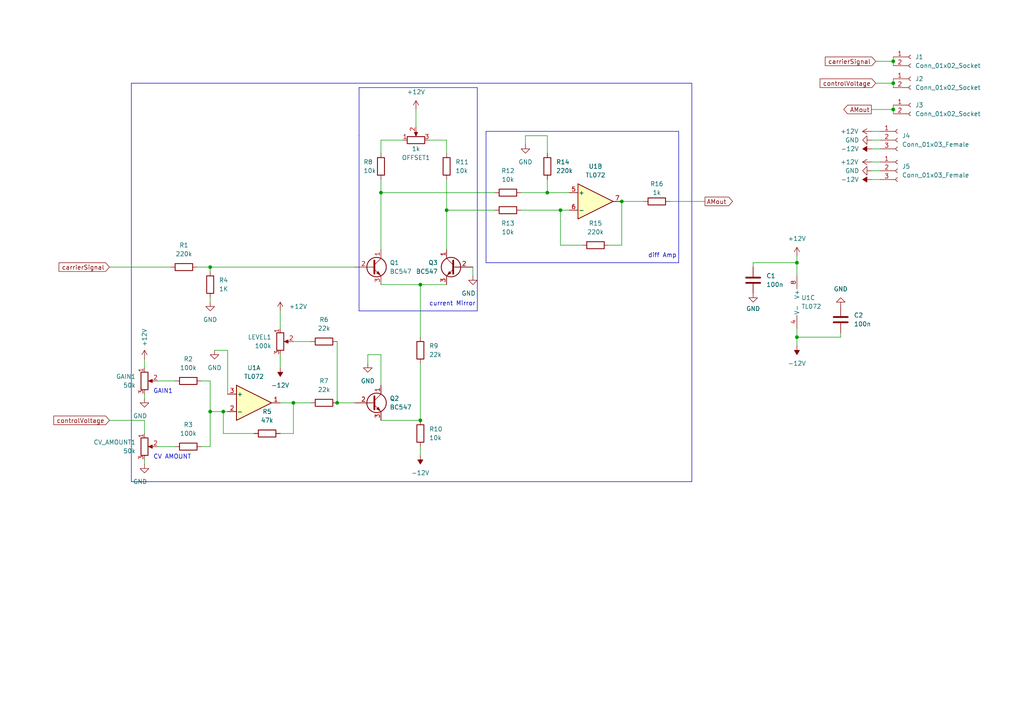
<source format=kicad_sch>
(kicad_sch (version 20230121) (generator eeschema)
  (paper "A4")
  (lib_symbols
    (symbol "Amplifier_Operational:TL072" (pin_names (offset 0.127))
      (property "Reference" "U" (at 0 5.08 0))
      (property "Value" "TL072" (at 0 -5.08 0))
      (symbol "TL072_1_1"
        (polyline (pts (xy -5.08 5.08) (xy 5.08 0) (xy -5.08 -5.08) (xy -5.08 5.08)) (stroke (width 0.254)) (fill (type background)))
        (pin output line (at 7.62 0 180) (length 2.54) (name "~") (number "1"))
        (pin input line (at -7.62 -2.54 0) (length 2.54) (name "-") (number "2"))
        (pin input line (at -7.62 2.54 0) (length 2.54) (name "+") (number "3"))
      )
      (symbol "TL072_2_1"
        (polyline (pts (xy -5.08 5.08) (xy 5.08 0) (xy -5.08 -5.08) (xy -5.08 5.08)) (stroke (width 0.254)) (fill (type background)))
        (pin input line (at -7.62 2.54 0) (length 2.54) (name "+") (number "5"))
        (pin input line (at -7.62 -2.54 0) (length 2.54) (name "-") (number "6"))
        (pin output line (at 7.62 0 180) (length 2.54) (name "~") (number "7"))
      )
      (symbol "TL072_3_1"
        (pin power_in line (at -2.54 -7.62 90) (length 3.81) (name "V-") (number "4"))
        (pin power_in line (at -2.54 7.62 270) (length 3.81) (name "V+") (number "8"))
      )
    )
    (symbol "Connector:Conn_01x02_Socket" (pin_names (offset 1.016) hide)
      (property "Reference" "J" (at 0 2.54 0))
      (property "Value" "Conn_01x02_Socket" (at 0 -5.08 0))
      (symbol "Conn_01x02_Socket_1_1"
        (arc (start 0 -2.032) (mid -0.5058 -2.54) (end 0 -3.048) (stroke (width 0.1524)))
        (polyline (pts (xy -1.27 -2.54) (xy -0.508 -2.54)) (stroke (width 0.1524)))
        (polyline (pts (xy -1.27 0) (xy -0.508 0)) (stroke (width 0.1524)))
        (arc (start 0 0.508) (mid -0.5058 0) (end 0 -0.508) (stroke (width 0.1524)))
        (pin passive line (at -5.08 0 0) (length 3.81) (name "Pin_1") (number "1"))
        (pin passive line (at -5.08 -2.54 0) (length 3.81) (name "Pin_2") (number "2"))
      )
    )
    (symbol "Connector:Conn_01x03_Female" (pin_names (offset 1.016) hide)
      (property "Reference" "J" (at 0 5.08 0))
      (property "Value" "Conn_01x03_Female" (at 0 -5.08 0))
      (symbol "Conn_01x03_Female_1_1"
        (arc (start 0 -2.032) (mid -0.5058 -2.54) (end 0 -3.048) (stroke (width 0.1524)))
        (polyline (pts (xy -1.27 -2.54) (xy -0.508 -2.54)) (stroke (width 0.1524)))
        (polyline (pts (xy -1.27 0) (xy -0.508 0)) (stroke (width 0.1524)))
        (polyline (pts (xy -1.27 2.54) (xy -0.508 2.54)) (stroke (width 0.1524)))
        (arc (start 0 0.508) (mid -0.5058 0) (end 0 -0.508) (stroke (width 0.1524)))
        (arc (start 0 3.048) (mid -0.5058 2.54) (end 0 2.032) (stroke (width 0.1524)))
        (pin passive line (at -5.08 2.54 0) (length 3.81) (name "Pin_1") (number "1"))
        (pin passive line (at -5.08 0 0) (length 3.81) (name "Pin_2") (number "2"))
        (pin passive line (at -5.08 -2.54 0) (length 3.81) (name "Pin_3") (number "3"))
      )
    )
    (symbol "Device:C" (pin_numbers hide) (pin_names (offset 0.254))
      (property "Reference" "C" (at 0.635 2.54 0))
      (property "Value" "C" (at 0.635 -2.54 0))
      (symbol "C_0_1"
        (polyline (pts (xy -2.032 -0.762) (xy 2.032 -0.762)) (stroke (width 0.508)))
        (polyline (pts (xy -2.032 0.762) (xy 2.032 0.762)) (stroke (width 0.508)))
      )
      (symbol "C_1_1"
        (pin passive line (at 0 3.81 270) (length 2.794) (name "~") (number "1"))
        (pin passive line (at 0 -3.81 90) (length 2.794) (name "~") (number "2"))
      )
    )
    (symbol "Device:R" (pin_numbers hide) (pin_names (offset 0))
      (property "Reference" "R" (at 2.032 0 90))
      (property "Value" "R" (at 0 0 90))
      (symbol "R_0_1"
        (rectangle (start -1.016 -2.54) (end 1.016 2.54) (stroke (width 0.254)))
      )
      (symbol "R_1_1"
        (pin passive line (at 0 3.81 270) (length 1.27) (name "~") (number "1"))
        (pin passive line (at 0 -3.81 90) (length 1.27) (name "~") (number "2"))
      )
    )
    (symbol "Device:R_Potentiometer" (pin_names (offset 1.016) hide)
      (property "Reference" "RV" (at -4.445 0 90))
      (property "Value" "R_Potentiometer" (at -2.54 0 90))
      (symbol "R_Potentiometer_0_1"
        (polyline (pts (xy 2.54 0) (xy 1.524 0)))
        (polyline (pts (xy 1.143 0) (xy 2.286 0.508) (xy 2.286 -0.508) (xy 1.143 0)) (fill (type outline)))
        (rectangle (start 1.016 2.54) (end -1.016 -2.54) (stroke (width 0.254)))
      )
      (symbol "R_Potentiometer_1_1"
        (pin passive line (at 0 3.81 270) (length 1.27) (name "1") (number "1"))
        (pin passive line (at 3.81 0 180) (length 1.27) (name "2") (number "2"))
        (pin passive line (at 0 -3.81 90) (length 1.27) (name "3") (number "3"))
      )
    )
    (symbol "GND_1" (power) (pin_names (offset 0))
      (property "Value" "GND_1" (at 0 -3.81 0))
      (symbol "GND_1_0_1"
        (polyline (pts (xy 0 0) (xy 0 -1.27) (xy 1.27 -1.27) (xy 0 -2.54) (xy -1.27 -1.27) (xy 0 -1.27)))
      )
      (symbol "GND_1_1_1"
        (pin power_in line (at 0 0 270) (length 0) hide (name "GND") (number "1"))
      )
    )
    (symbol "Transistor_BJT:BC547" (pin_names (offset 0) hide)
      (property "Reference" "Q" (at 5.08 1.905 0))
      (property "Value" "BC547" (at 5.08 0 0))
      (symbol "BC547_0_1"
        (polyline (pts (xy 0 0) (xy 0.635 0)))
        (polyline (pts (xy 0.635 0.635) (xy 2.54 2.54)))
        (polyline (pts (xy 0.635 -0.635) (xy 2.54 -2.54) (xy 2.54 -2.54)))
        (polyline (pts (xy 0.635 1.905) (xy 0.635 -1.905) (xy 0.635 -1.905)) (stroke (width 0.508)))
        (polyline (pts (xy 1.27 -1.778) (xy 1.778 -1.27) (xy 2.286 -2.286) (xy 1.27 -1.778) (xy 1.27 -1.778)) (fill (type outline)))
        (circle (center 1.27 0) (radius 2.8194) (stroke (width 0.254)))
      )
      (symbol "BC547_1_1"
        (pin passive line (at 2.54 5.08 270) (length 2.54) (name "C") (number "1"))
        (pin input line (at -5.08 0 0) (length 5.08) (name "B") (number "2"))
        (pin passive line (at 2.54 -5.08 90) (length 2.54) (name "E") (number "3"))
      )
    )
    (symbol "power:+12V" (power) (pin_names (offset 0))
      (property "Value" "+12V" (at 0 3.556 0))
      (symbol "+12V_0_1"
        (polyline (pts (xy -0.762 1.27) (xy 0 2.54)))
        (polyline (pts (xy 0 0) (xy 0 2.54)))
        (polyline (pts (xy 0 2.54) (xy 0.762 1.27)))
      )
      (symbol "+12V_1_1"
        (pin power_in line (at 0 0 90) (length 0) hide (name "+12V") (number "1"))
      )
    )
    (symbol "power:-12V" (power) (pin_names (offset 0))
      (property "Value" "-12V" (at 0 3.81 0))
      (symbol "-12V_0_0"
        (pin power_in line (at 0 0 90) (length 0) hide (name "-12V") (number "1"))
      )
      (symbol "-12V_0_1"
        (polyline (pts (xy 0 0) (xy 0 1.27) (xy 0.762 1.27) (xy 0 2.54) (xy -0.762 1.27) (xy 0 1.27)) (fill (type outline)))
      )
    )
    (symbol "power:GND" (power) (pin_names (offset 0))
      (property "Value" "GND" (at 0 -3.81 0))
      (symbol "GND_0_1"
        (polyline (pts (xy 0 0) (xy 0 -1.27) (xy 1.27 -1.27) (xy 0 -2.54) (xy -1.27 -1.27) (xy 0 -1.27)))
      )
      (symbol "GND_1_1"
        (pin power_in line (at 0 0 270) (length 0) hide (name "GND") (number "1"))
      )
    )
  )
  (junction (at 259.08 24.13))
  (junction (at 121.92 121.92))
  (junction (at 158.75 55.88))
  (junction (at 162.56 60.96))
  (junction (at 60.96 119.38))
  (junction (at 110.49 55.88))
  (junction (at 64.77 119.38))
  (junction (at 121.92 82.55))
  (junction (at 259.08 17.78))
  (junction (at 231.14 97.79))
  (junction (at 129.54 60.96))
  (junction (at 259.08 31.75))
  (junction (at 60.96 77.47))
  (junction (at 97.79 116.84))
  (junction (at 85.09 116.84))
  (junction (at 180.34 58.42))
  (junction (at 231.14 76.2))
  (wire (pts (xy 64.77 119.38) (xy 66.04 119.38)))
  (wire (pts (xy 60.96 77.47) (xy 60.96 78.74)))
  (wire (pts (xy 58.42 110.49) (xy 60.96 110.49)))
  (wire (pts (xy 66.04 101.6) (xy 62.23 101.6)))
  (polyline (pts (xy 138.43 25.4) (xy 104.14 25.4)))
  (polyline (pts (xy 38.1 24.13) (xy 200.66 24.13)))
  (wire (pts (xy 81.28 102.87) (xy 81.28 106.68)))
  (wire (pts (xy 60.96 86.36) (xy 60.96 87.63)))
  (wire (pts (xy 81.28 125.73) (xy 85.09 125.73)))
  (wire (pts (xy 85.09 99.06) (xy 90.17 99.06)))
  (wire (pts (xy 64.77 119.38) (xy 64.77 125.73)))
  (wire (pts (xy 110.49 55.88) (xy 143.51 55.88)))
  (wire (pts (xy 97.79 116.84) (xy 102.87 116.84)))
  (wire (pts (xy 137.16 80.01) (xy 137.16 77.47)))
  (wire (pts (xy 41.91 121.92) (xy 41.91 125.73)))
  (wire (pts (xy 64.77 125.73) (xy 73.66 125.73)))
  (wire (pts (xy 162.56 71.12) (xy 168.91 71.12)))
  (wire (pts (xy 110.49 44.45) (xy 110.49 40.64)))
  (wire (pts (xy 110.49 102.87) (xy 110.49 111.76)))
  (wire (pts (xy 259.08 24.13) (xy 259.08 25.4)))
  (wire (pts (xy 129.54 60.96) (xy 129.54 72.39)))
  (wire (pts (xy 97.79 99.06) (xy 97.79 116.84)))
  (wire (pts (xy 252.73 43.18) (xy 255.27 43.18)))
  (wire (pts (xy 110.49 102.87) (xy 106.68 102.87)))
  (wire (pts (xy 110.49 82.55) (xy 121.92 82.55)))
  (wire (pts (xy 259.08 17.78) (xy 259.08 16.51)))
  (wire (pts (xy 60.96 119.38) (xy 64.77 119.38)))
  (wire (pts (xy 180.34 71.12) (xy 180.34 58.42)))
  (wire (pts (xy 81.28 116.84) (xy 85.09 116.84)))
  (wire (pts (xy 124.46 40.64) (xy 129.54 40.64)))
  (wire (pts (xy 31.75 77.47) (xy 49.53 77.47)))
  (wire (pts (xy 259.08 22.86) (xy 259.08 24.13)))
  (wire (pts (xy 121.92 105.41) (xy 121.92 121.92)))
  (wire (pts (xy 110.49 40.64) (xy 116.84 40.64)))
  (wire (pts (xy 162.56 60.96) (xy 162.56 71.12)))
  (wire (pts (xy 121.92 82.55) (xy 121.92 97.79)))
  (wire (pts (xy 151.13 60.96) (xy 162.56 60.96)))
  (polyline (pts (xy 104.14 39.37) (xy 104.14 90.17)))
  (wire (pts (xy 218.44 76.2) (xy 231.14 76.2)))
  (polyline (pts (xy 140.97 76.2) (xy 196.85 76.2)))
  (wire (pts (xy 252.73 49.53) (xy 255.27 49.53)))
  (wire (pts (xy 158.75 44.45) (xy 158.75 39.37)))
  (wire (pts (xy 176.53 71.12) (xy 180.34 71.12)))
  (wire (pts (xy 158.75 55.88) (xy 165.1 55.88)))
  (wire (pts (xy 57.15 77.47) (xy 60.96 77.47)))
  (polyline (pts (xy 200.66 24.13) (xy 200.66 139.7)))
  (wire (pts (xy 231.14 76.2) (xy 231.14 80.01)))
  (wire (pts (xy 45.72 110.49) (xy 50.8 110.49)))
  (wire (pts (xy 152.4 39.37) (xy 152.4 41.91)))
  (wire (pts (xy 45.72 129.54) (xy 50.8 129.54)))
  (polyline (pts (xy 104.14 25.4) (xy 104.14 39.37)))
  (wire (pts (xy 41.91 133.35) (xy 41.91 134.62)))
  (wire (pts (xy 194.31 58.42) (xy 204.47 58.42)))
  (wire (pts (xy 60.96 110.49) (xy 60.96 119.38)))
  (wire (pts (xy 110.49 55.88) (xy 110.49 72.39)))
  (wire (pts (xy 254 17.78) (xy 259.08 17.78)))
  (wire (pts (xy 231.14 74.295) (xy 231.14 76.2)))
  (wire (pts (xy 252.73 40.64) (xy 255.27 40.64)))
  (wire (pts (xy 85.09 125.73) (xy 85.09 116.84)))
  (wire (pts (xy 158.75 52.07) (xy 158.75 55.88)))
  (wire (pts (xy 252.73 38.1) (xy 255.27 38.1)))
  (wire (pts (xy 121.92 129.54) (xy 121.92 132.08)))
  (wire (pts (xy 31.75 121.92) (xy 41.91 121.92)))
  (wire (pts (xy 252.73 31.75) (xy 259.08 31.75)))
  (wire (pts (xy 60.96 77.47) (xy 102.87 77.47)))
  (wire (pts (xy 151.13 55.88) (xy 158.75 55.88)))
  (wire (pts (xy 252.73 52.07) (xy 255.27 52.07)))
  (wire (pts (xy 60.96 119.38) (xy 60.96 129.54)))
  (polyline (pts (xy 138.43 90.17) (xy 138.43 25.4)))
  (wire (pts (xy 254 24.13) (xy 259.08 24.13)))
  (wire (pts (xy 252.73 46.99) (xy 255.27 46.99)))
  (wire (pts (xy 85.09 116.84) (xy 90.17 116.84)))
  (polyline (pts (xy 138.43 90.17) (xy 104.14 90.17)))
  (wire (pts (xy 259.08 31.75) (xy 259.08 30.48)))
  (polyline (pts (xy 38.1 139.7) (xy 38.1 24.13)))
  (wire (pts (xy 110.49 52.07) (xy 110.49 55.88)))
  (wire (pts (xy 110.49 121.92) (xy 121.92 121.92)))
  (wire (pts (xy 180.34 58.42) (xy 186.69 58.42)))
  (wire (pts (xy 162.56 60.96) (xy 165.1 60.96)))
  (wire (pts (xy 259.08 31.75) (xy 259.08 33.02)))
  (wire (pts (xy 231.14 100.33) (xy 231.14 97.79)))
  (wire (pts (xy 58.42 129.54) (xy 60.96 129.54)))
  (wire (pts (xy 129.54 60.96) (xy 143.51 60.96)))
  (wire (pts (xy 66.04 114.3) (xy 66.04 101.6)))
  (wire (pts (xy 129.54 52.07) (xy 129.54 60.96)))
  (wire (pts (xy 218.44 77.47) (xy 218.44 76.2)))
  (wire (pts (xy 106.68 102.87) (xy 106.68 105.41)))
  (polyline (pts (xy 196.85 76.2) (xy 196.85 38.1)))
  (wire (pts (xy 120.65 31.75) (xy 120.65 36.83)))
  (wire (pts (xy 231.14 97.79) (xy 231.14 95.25)))
  (wire (pts (xy 259.08 17.78) (xy 259.08 19.05)))
  (polyline (pts (xy 140.97 38.1) (xy 140.97 76.2)))
  (wire (pts (xy 152.4 39.37) (xy 158.75 39.37)))
  (wire (pts (xy 81.28 90.17) (xy 81.28 95.25)))
  (polyline (pts (xy 200.66 139.7) (xy 38.1 139.7)))
  (wire (pts (xy 121.92 82.55) (xy 129.54 82.55)))
  (wire (pts (xy 243.84 97.79) (xy 231.14 97.79)))
  (wire (pts (xy 129.54 40.64) (xy 129.54 44.45)))
  (wire (pts (xy 243.84 96.52) (xy 243.84 97.79)))
  (polyline (pts (xy 140.97 38.1) (xy 196.85 38.1)))
  (wire (pts (xy 41.91 114.3) (xy 41.91 115.57)))
  (wire (pts (xy 41.91 104.14) (xy 41.91 106.68)))
  (text "GAIN1\n" (at 44.45 114.3 0) (effects (font (size 1.27 1.27)) (justify left bottom)))
  (text "current Mirror\n" (at 124.46 88.9 0) (effects (font (size 1.27 1.27)) (justify left bottom)))
  (text "diff Amp\n" (at 187.96 74.93 0) (effects (font (size 1.27 1.27)) (justify left bottom)))
  (text "CV AMOUNT\n" (at 44.45 133.35 0) (effects (font (size 1.27 1.27)) (justify left bottom)))
  (global_label "AMout" (shape output) (at 252.73 31.75 180) (property "Intersheetrefs" "${INTERSHEET_REFS}" (effects hide)))
  (global_label "carrierSignal" (shape input) (at 254 17.78 180) (property "Intersheetrefs" "${INTERSHEET_REFS}" (effects hide)))
  (global_label "controlVoltage" (shape input) (at 31.75 121.92 180) (property "Intersheetrefs" "${INTERSHEET_REFS}" (effects hide)))
  (global_label "controlVoltage" (shape input) (at 254 24.13 180) (property "Intersheetrefs" "${INTERSHEET_REFS}" (effects hide)))
  (global_label "AMout" (shape output) (at 204.47 58.42 0) (property "Intersheetrefs" "${INTERSHEET_REFS}" (effects hide)))
  (global_label "carrierSignal" (shape input) (at 31.75 77.47 180) (property "Intersheetrefs" "${INTERSHEET_REFS}" (effects hide)))
  (symbol (lib_id "Device:R") (at 54.61 129.54 90) (unit 1)
    (property "Reference" "R3" (at 54.61 123.19 90))
    (property "Value" "100k" (at 54.61 125.73 90))
    (property "Footprint" "Resistor_SMD:R_0805_2012Metric_Pad1.20x1.40mm_HandSolder" (effects hide))
  )
  (symbol (lib_id "Device:R") (at 53.34 77.47 90) (unit 1)
    (property "Reference" "R1" (at 53.34 71.12 90))
    (property "Value" "220k" (at 53.34 73.66 90))
    (property "Footprint" "Resistor_SMD:R_0805_2012Metric_Pad1.20x1.40mm_HandSolder" (effects hide))
  )
  (symbol (lib_name "GND_1") (lib_id "power:GND") (at 218.44 85.09 0) (unit 1)
    (property "Reference" "#PWR011" (effects hide))
    (property "Value" "GND" (at 218.44 89.535 0))
  )
  (symbol (lib_id "Connector:Conn_01x02_Socket") (at 264.16 30.48 0) (unit 1)
    (property "Reference" "J3" (at 265.43 30.48 0) (effects (justify left)))
    (property "Value" "Conn_01x02_Socket" (at 265.43 33.02 0) (effects (justify left)))
    (property "Footprint" "Connector_PinHeader_2.54mm:PinHeader_1x02_P2.54mm_Vertical" (effects hide))
  )
  (symbol (lib_id "power:-12V") (at 252.73 52.07 90) (unit 1)
    (property "Reference" "#PWR020" (effects hide))
    (property "Value" "-12V" (at 243.84 52.07 90) (effects (justify right)))
  )
  (symbol (lib_id "power:-12V") (at 81.28 106.68 180) (unit 1)
    (property "Reference" "#PWR05" (effects hide))
    (property "Value" "-12V" (at 81.28 111.76 0))
  )
  (symbol (lib_id "Transistor_BJT:BC547") (at 107.95 116.84 0) (unit 1)
    (property "Reference" "Q2" (at 113.03 115.5699 0) (effects (justify left)))
    (property "Value" "BC547" (at 113.03 118.1099 0) (effects (justify left)))
    (property "Footprint" "Package_TO_SOT_THT:TO-92_Inline_Wide" (effects hide))
    (property "Datasheet" "https://www.onsemi.com/pub/Collateral/BC550-D.pdf" (effects hide))
  )
  (symbol (lib_id "power:GND") (at 137.16 80.01 0) (unit 1)
    (property "Reference" "#PWR09" (effects hide))
    (property "Value" "GND" (at 135.89 85.09 0))
  )
  (symbol (lib_id "power:-12V") (at 252.73 43.18 90) (unit 1)
    (property "Reference" "#PWR017" (effects hide))
    (property "Value" "-12V" (at 243.84 43.18 90) (effects (justify right)))
  )
  (symbol (lib_id "power:-12V") (at 231.14 100.33 180) (unit 1)
    (property "Reference" "#PWR013" (effects hide))
    (property "Value" "-12V" (at 231.14 105.41 0))
  )
  (symbol (lib_id "Connector:Conn_01x03_Female") (at 260.35 40.64 0) (unit 1)
    (property "Reference" "J4" (at 261.62 39.3699 0) (effects (justify left)))
    (property "Value" "Conn_01x03_Female" (at 261.62 41.9099 0) (effects (justify left)))
    (property "Footprint" "Connector_Molex:Molex_KK-254_AE-6410-03A_1x03_P2.54mm_Vertical" (effects hide))
  )
  (symbol (lib_id "Device:R") (at 121.92 125.73 0) (unit 1)
    (property "Reference" "R10" (at 124.46 124.4599 0) (effects (justify left)))
    (property "Value" "10k" (at 124.46 126.9999 0) (effects (justify left)))
    (property "Footprint" "Resistor_SMD:R_0805_2012Metric_Pad1.20x1.40mm_HandSolder" (effects hide))
  )
  (symbol (lib_id "Device:R") (at 129.54 48.26 0) (unit 1)
    (property "Reference" "R11" (at 132.08 46.9899 0) (effects (justify left)))
    (property "Value" "10k" (at 132.08 49.5299 0) (effects (justify left)))
    (property "Footprint" "Resistor_SMD:R_0805_2012Metric_Pad1.20x1.40mm_HandSolder" (effects hide))
  )
  (symbol (lib_id "Device:C") (at 218.44 81.28 0) (unit 1)
    (property "Reference" "C1" (at 222.25 80.01 0) (effects (justify left)))
    (property "Value" "100n" (at 222.25 82.55 0) (effects (justify left)))
    (property "Footprint" "Capacitor_SMD:C_0805_2012Metric_Pad1.18x1.45mm_HandSolder" (effects hide))
  )
  (symbol (lib_name "GND_1") (lib_id "power:GND") (at 243.84 88.9 180) (unit 1)
    (property "Reference" "#PWR014" (effects hide))
    (property "Value" "GND" (at 243.84 83.82 0))
  )
  (symbol (lib_id "power:+12V") (at 252.73 46.99 90) (unit 1)
    (property "Reference" "#PWR018" (effects hide))
    (property "Value" "+12V" (at 246.38 46.99 90))
  )
  (symbol (lib_id "power:+12V") (at 231.14 74.295 0) (unit 1)
    (property "Reference" "#PWR012" (effects hide))
    (property "Value" "+12V" (at 231.14 69.215 0))
  )
  (symbol (lib_id "Connector:Conn_01x02_Socket") (at 264.16 16.51 0) (unit 1)
    (property "Reference" "J1" (at 265.43 16.51 0) (effects (justify left)))
    (property "Value" "Conn_01x02_Socket" (at 265.43 19.05 0) (effects (justify left)))
    (property "Footprint" "Connector_PinHeader_2.54mm:PinHeader_1x02_P2.54mm_Vertical" (effects hide))
  )
  (symbol (lib_id "Device:C") (at 243.84 92.71 0) (unit 1)
    (property "Reference" "C2" (at 247.65 91.44 0) (effects (justify left)))
    (property "Value" "100n" (at 247.65 93.98 0) (effects (justify left)))
    (property "Footprint" "Capacitor_SMD:C_0805_2012Metric_Pad1.18x1.45mm_HandSolder" (effects hide))
  )
  (symbol (lib_id "Device:R") (at 147.32 60.96 90) (unit 1)
    (property "Reference" "R13" (at 147.32 64.77 90))
    (property "Value" "10k" (at 147.32 67.31 90))
    (property "Footprint" "Resistor_SMD:R_0805_2012Metric_Pad1.20x1.40mm_HandSolder" (effects hide))
  )
  (symbol (lib_id "Device:R") (at 172.72 71.12 90) (unit 1)
    (property "Reference" "R15" (at 172.72 64.77 90))
    (property "Value" "220k" (at 172.72 67.31 90))
    (property "Footprint" "Resistor_SMD:R_0805_2012Metric_Pad1.20x1.40mm_HandSolder" (effects hide))
  )
  (symbol (lib_id "Device:R_Potentiometer") (at 81.28 99.06 0) (unit 1)
    (property "Reference" "LEVEL1" (at 78.74 97.79 0) (effects (justify right)))
    (property "Value" "100k" (at 78.74 100.33 0) (effects (justify right)))
    (property "Footprint" "Potentiometer_THT:Potentiometer_Vishay_T73YP_Vertical" (effects hide))
  )
  (symbol (lib_id "Connector:Conn_01x02_Socket") (at 264.16 22.86 0) (unit 1)
    (property "Reference" "J2" (at 265.43 22.86 0) (effects (justify left)))
    (property "Value" "Conn_01x02_Socket" (at 265.43 25.4 0) (effects (justify left)))
    (property "Footprint" "Connector_PinHeader_2.54mm:PinHeader_1x02_P2.54mm_Vertical" (effects hide))
  )
  (symbol (lib_id "power:+12V") (at 252.73 38.1 90) (unit 1)
    (property "Reference" "#PWR015" (effects hide))
    (property "Value" "+12V" (at 246.38 38.1 90))
  )
  (symbol (lib_id "power:GND") (at 60.96 87.63 0) (unit 1)
    (property "Reference" "#PWR02" (effects hide))
    (property "Value" "GND" (at 60.96 92.71 0))
  )
  (symbol (lib_id "Device:R") (at 147.32 55.88 90) (unit 1)
    (property "Reference" "R12" (at 147.32 49.53 90))
    (property "Value" "10k" (at 147.32 52.07 90))
    (property "Footprint" "Resistor_SMD:R_0805_2012Metric_Pad1.20x1.40mm_HandSolder" (effects hide))
  )
  (symbol (lib_id "Amplifier_Operational:TL072") (at 73.66 116.84 0) (unit 1)
    (property "Reference" "U1" (at 73.66 106.68 0))
    (property "Value" "TL072" (at 73.66 109.22 0))
    (property "Footprint" "Package_DIP:DIP-8_W7.62mm_Socket_LongPads" (effects hide))
    (property "Datasheet" "http://www.ti.com/lit/ds/symlink/tl071.pdf" (effects hide))
  )
  (symbol (lib_id "Amplifier_Operational:TL072") (at 172.72 58.42 0) (unit 2)
    (property "Reference" "U1" (at 172.72 48.26 0))
    (property "Value" "TL072" (at 172.72 50.8 0))
    (property "Footprint" "Package_DIP:DIP-8_W7.62mm_Socket_LongPads" (effects hide))
    (property "Datasheet" "http://www.ti.com/lit/ds/symlink/tl071.pdf" (effects hide))
  )
  (symbol (lib_id "power:GND") (at 41.91 115.57 0) (unit 1)
    (property "Reference" "#PWR021" (effects hide))
    (property "Value" "GND" (at 40.64 120.65 0))
  )
  (symbol (lib_id "power:+12V") (at 120.65 31.75 0) (unit 1)
    (property "Reference" "#PWR07" (effects hide))
    (property "Value" "+12V" (at 120.65 26.67 0))
  )
  (symbol (lib_id "Transistor_BJT:BC547") (at 132.08 77.47 0) (mirror y) (unit 1)
    (property "Reference" "Q3" (at 127 76.1999 0) (effects (justify left)))
    (property "Value" "BC547" (at 127 78.7399 0) (effects (justify left)))
    (property "Footprint" "Package_TO_SOT_THT:TO-92_Inline_Wide" (effects hide))
    (property "Datasheet" "https://www.onsemi.com/pub/Collateral/BC550-D.pdf" (effects hide))
  )
  (symbol (lib_id "Device:R") (at 60.96 82.55 0) (unit 1)
    (property "Reference" "R4" (at 63.5 81.2799 0) (effects (justify left)))
    (property "Value" "1K" (at 63.5 83.8199 0) (effects (justify left)))
    (property "Footprint" "Resistor_SMD:R_0805_2012Metric_Pad1.20x1.40mm_HandSolder" (effects hide))
  )
  (symbol (lib_id "Transistor_BJT:BC547") (at 107.95 77.47 0) (unit 1)
    (property "Reference" "Q1" (at 113.03 76.1999 0) (effects (justify left)))
    (property "Value" "BC547" (at 113.03 78.7399 0) (effects (justify left)))
    (property "Footprint" "Package_TO_SOT_THT:TO-92_Inline_Wide" (effects hide))
    (property "Datasheet" "https://www.onsemi.com/pub/Collateral/BC550-D.pdf" (effects hide))
  )
  (symbol (lib_id "Device:R") (at 158.75 48.26 0) (unit 1)
    (property "Reference" "R14" (at 161.29 46.9899 0) (effects (justify left)))
    (property "Value" "220k" (at 161.29 49.5299 0) (effects (justify left)))
    (property "Footprint" "Resistor_SMD:R_0805_2012Metric_Pad1.20x1.40mm_HandSolder" (effects hide))
  )
  (symbol (lib_id "Device:R") (at 121.92 101.6 0) (unit 1)
    (property "Reference" "R9" (at 124.46 100.3299 0) (effects (justify left)))
    (property "Value" "22k" (at 124.46 102.8699 0) (effects (justify left)))
    (property "Footprint" "Resistor_SMD:R_0805_2012Metric_Pad1.20x1.40mm_HandSolder" (effects hide))
  )
  (symbol (lib_id "power:+12V") (at 41.91 104.14 0) (unit 1)
    (property "Reference" "#PWR01" (effects hide))
    (property "Value" "+12V" (at 41.91 95.25 90) (effects (justify right)))
  )
  (symbol (lib_id "Device:R") (at 190.5 58.42 90) (unit 1)
    (property "Reference" "R16" (at 190.5 53.34 90))
    (property "Value" "1k" (at 190.5 55.88 90))
    (property "Footprint" "Resistor_SMD:R_0805_2012Metric_Pad1.20x1.40mm_HandSolder" (effects hide))
  )
  (symbol (lib_id "Device:R") (at 54.61 110.49 90) (unit 1)
    (property "Reference" "R2" (at 54.61 104.14 90))
    (property "Value" "100k" (at 54.61 106.68 90))
    (property "Footprint" "Resistor_SMD:R_0805_2012Metric_Pad1.20x1.40mm_HandSolder" (effects hide))
  )
  (symbol (lib_id "power:GND") (at 62.23 101.6 0) (unit 1)
    (property "Reference" "#PWR03" (effects hide))
    (property "Value" "GND" (at 62.23 106.68 0))
  )
  (symbol (lib_id "Connector:Conn_01x03_Female") (at 260.35 49.53 0) (unit 1)
    (property "Reference" "J5" (at 261.62 48.2599 0) (effects (justify left)))
    (property "Value" "Conn_01x03_Female" (at 261.62 50.7999 0) (effects (justify left)))
    (property "Footprint" "Connector_Molex:Molex_KK-254_AE-6410-03A_1x03_P2.54mm_Vertical" (effects hide))
  )
  (symbol (lib_id "Amplifier_Operational:TL072") (at 233.68 87.63 0) (unit 3)
    (property "Reference" "U1" (at 232.41 86.36 0) (effects (justify left)))
    (property "Value" "TL072" (at 232.41 88.9 0) (effects (justify left)))
    (property "Footprint" "Package_DIP:DIP-8_W7.62mm_Socket_LongPads" (effects hide))
    (property "Datasheet" "http://www.ti.com/lit/ds/symlink/tl071.pdf" (effects hide))
  )
  (symbol (lib_id "power:GND") (at 252.73 40.64 270) (unit 1)
    (property "Reference" "#PWR016" (effects hide))
    (property "Value" "GND" (at 245.11 40.64 90) (effects (justify left)))
  )
  (symbol (lib_id "power:GND") (at 41.91 134.62 0) (unit 1)
    (property "Reference" "#PWR022" (effects hide))
    (property "Value" "GND" (at 40.64 139.7 0))
  )
  (symbol (lib_id "Device:R_Potentiometer") (at 120.65 40.64 90) (unit 1)
    (property "Reference" "OFFSET1" (at 120.65 45.72 90))
    (property "Value" "1k" (at 120.65 43.18 90))
    (property "Footprint" "Potentiometer_THT:Potentiometer_Vishay_T73YP_Vertical" (effects hide))
  )
  (symbol (lib_id "Device:R_Potentiometer") (at 41.91 110.49 0) (unit 1)
    (property "Reference" "GAIN1" (at 39.37 109.22 0) (effects (justify right)))
    (property "Value" "50k" (at 39.37 111.76 0) (effects (justify right)))
    (property "Footprint" "Potentiometer_THT:Potentiometer_Bourns_PTV09A-1_Single_Vertical" (effects hide))
    (property "Datasheet" "https://www.bourns.com/docs/Product-Datasheets/PTV09.pdf" (effects hide))
  )
  (symbol (lib_id "power:-12V") (at 121.92 132.08 180) (unit 1)
    (property "Reference" "#PWR08" (effects hide))
    (property "Value" "-12V" (at 121.92 137.16 0))
  )
  (symbol (lib_id "power:+12V") (at 81.28 90.17 0) (unit 1)
    (property "Reference" "#PWR04" (effects hide))
    (property "Value" "+12V" (at 83.82 88.8999 0) (effects (justify left)))
  )
  (symbol (lib_id "power:GND") (at 252.73 49.53 270) (unit 1)
    (property "Reference" "#PWR019" (effects hide))
    (property "Value" "GND" (at 245.11 49.53 90) (effects (justify left)))
  )
  (symbol (lib_id "Device:R") (at 93.98 116.84 90) (unit 1)
    (property "Reference" "R7" (at 93.98 110.49 90))
    (property "Value" "22k" (at 93.98 113.03 90))
    (property "Footprint" "Resistor_SMD:R_0805_2012Metric_Pad1.20x1.40mm_HandSolder" (effects hide))
  )
  (symbol (lib_id "Device:R") (at 77.47 125.73 90) (unit 1)
    (property "Reference" "R5" (at 77.47 119.38 90))
    (property "Value" "47k" (at 77.47 121.92 90))
    (property "Footprint" "Resistor_SMD:R_0805_2012Metric_Pad1.20x1.40mm_HandSolder" (effects hide))
  )
  (symbol (lib_id "Device:R") (at 93.98 99.06 90) (unit 1)
    (property "Reference" "R6" (at 93.98 92.71 90))
    (property "Value" "22k" (at 93.98 95.25 90))
    (property "Footprint" "Resistor_SMD:R_0805_2012Metric_Pad1.20x1.40mm_HandSolder" (effects hide))
  )
  (symbol (lib_id "Device:R") (at 110.49 48.26 0) (unit 1)
    (property "Reference" "R8" (at 105.41 46.99 0) (effects (justify left)))
    (property "Value" "10k" (at 105.41 49.53 0) (effects (justify left)))
    (property "Footprint" "Resistor_SMD:R_0805_2012Metric_Pad1.20x1.40mm_HandSolder" (effects hide))
  )
  (symbol (lib_id "power:GND") (at 106.68 105.41 0) (unit 1)
    (property "Reference" "#PWR06" (effects hide))
    (property "Value" "GND" (at 106.68 110.49 0))
  )
  (symbol (lib_id "power:GND") (at 152.4 41.91 0) (unit 1)
    (property "Reference" "#PWR010" (effects hide))
    (property "Value" "GND" (at 152.4 46.99 0))
  )
  (symbol (lib_id "Device:R_Potentiometer") (at 41.91 129.54 0) (unit 1)
    (property "Reference" "CV_AMOUNT1" (at 39.37 128.27 0) (effects (justify right)))
    (property "Value" "50k" (at 39.37 130.81 0) (effects (justify right)))
    (property "Footprint" "Potentiometer_THT:Potentiometer_Bourns_PTV09A-1_Single_Vertical" (effects hide))
    (property "Datasheet" "https://www.bourns.com/docs/Product-Datasheets/PTV09.pdf" (effects hide))
  )
)
</source>
